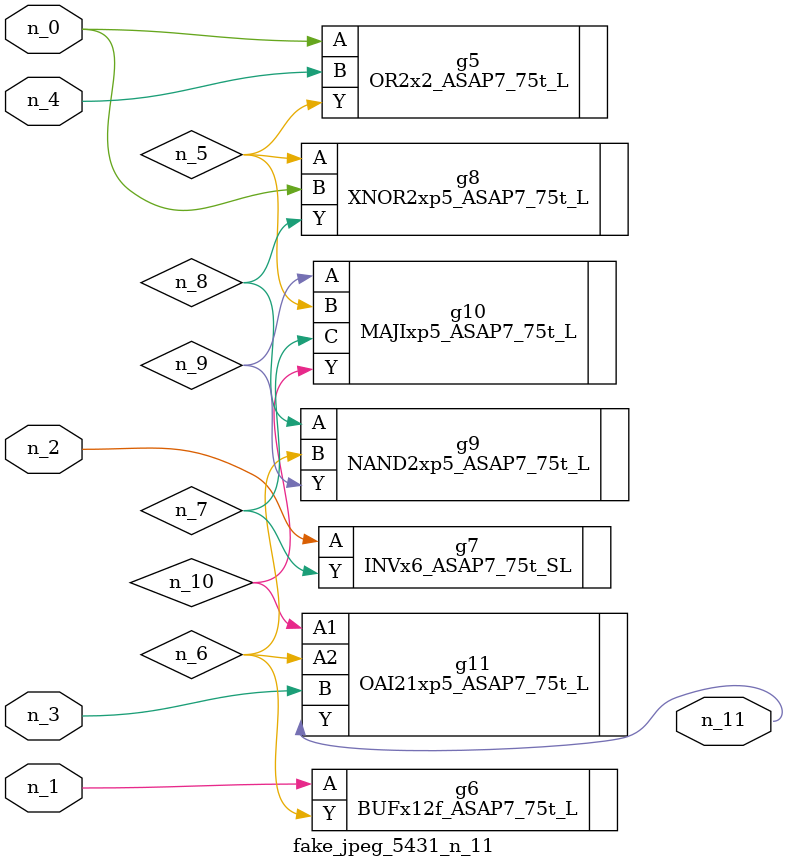
<source format=v>
module fake_jpeg_5431_n_11 (n_3, n_2, n_1, n_0, n_4, n_11);

input n_3;
input n_2;
input n_1;
input n_0;
input n_4;

output n_11;

wire n_10;
wire n_8;
wire n_9;
wire n_6;
wire n_5;
wire n_7;

OR2x2_ASAP7_75t_L g5 ( 
.A(n_0),
.B(n_4),
.Y(n_5)
);

BUFx12f_ASAP7_75t_L g6 ( 
.A(n_1),
.Y(n_6)
);

INVx6_ASAP7_75t_SL g7 ( 
.A(n_2),
.Y(n_7)
);

XNOR2xp5_ASAP7_75t_L g8 ( 
.A(n_5),
.B(n_0),
.Y(n_8)
);

NAND2xp5_ASAP7_75t_L g9 ( 
.A(n_8),
.B(n_6),
.Y(n_9)
);

MAJIxp5_ASAP7_75t_L g10 ( 
.A(n_9),
.B(n_5),
.C(n_7),
.Y(n_10)
);

OAI21xp5_ASAP7_75t_L g11 ( 
.A1(n_10),
.A2(n_6),
.B(n_3),
.Y(n_11)
);


endmodule
</source>
